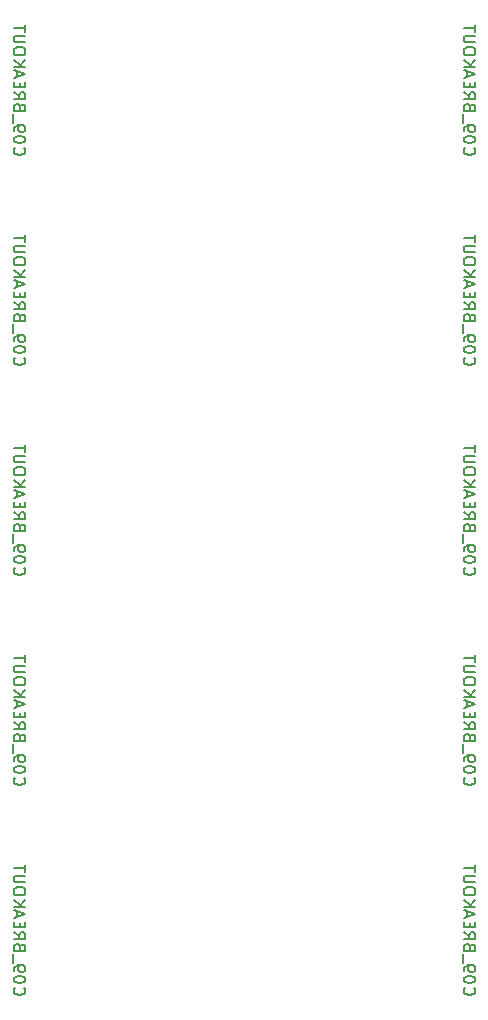
<source format=gbr>
G04 #@! TF.GenerationSoftware,KiCad,Pcbnew,5.1.5-52549c5~86~ubuntu18.04.1*
G04 #@! TF.CreationDate,2020-09-24T17:02:05-05:00*
G04 #@! TF.ProjectId,noname,6e6f6e61-6d65-42e6-9b69-6361645f7063,rev?*
G04 #@! TF.SameCoordinates,Original*
G04 #@! TF.FileFunction,Legend,Bot*
G04 #@! TF.FilePolarity,Positive*
%FSLAX46Y46*%
G04 Gerber Fmt 4.6, Leading zero omitted, Abs format (unit mm)*
G04 Created by KiCad (PCBNEW 5.1.5-52549c5~86~ubuntu18.04.1) date 2020-09-24 17:02:05*
%MOMM*%
%LPD*%
G04 APERTURE LIST*
%ADD10C,0.150000*%
G04 APERTURE END LIST*
D10*
X143076657Y-114942333D02*
X143029038Y-114989952D01*
X142981419Y-115132809D01*
X142981419Y-115228047D01*
X143029038Y-115370904D01*
X143124276Y-115466142D01*
X143219514Y-115513761D01*
X143409990Y-115561380D01*
X143552847Y-115561380D01*
X143743323Y-115513761D01*
X143838561Y-115466142D01*
X143933800Y-115370904D01*
X143981419Y-115228047D01*
X143981419Y-115132809D01*
X143933800Y-114989952D01*
X143886180Y-114942333D01*
X143981419Y-114323285D02*
X143981419Y-114228047D01*
X143933800Y-114132809D01*
X143886180Y-114085190D01*
X143790942Y-114037571D01*
X143600466Y-113989952D01*
X143362371Y-113989952D01*
X143171895Y-114037571D01*
X143076657Y-114085190D01*
X143029038Y-114132809D01*
X142981419Y-114228047D01*
X142981419Y-114323285D01*
X143029038Y-114418523D01*
X143076657Y-114466142D01*
X143171895Y-114513761D01*
X143362371Y-114561380D01*
X143600466Y-114561380D01*
X143790942Y-114513761D01*
X143886180Y-114466142D01*
X143933800Y-114418523D01*
X143981419Y-114323285D01*
X142981419Y-113513761D02*
X142981419Y-113323285D01*
X143029038Y-113228047D01*
X143076657Y-113180428D01*
X143219514Y-113085190D01*
X143409990Y-113037571D01*
X143790942Y-113037571D01*
X143886180Y-113085190D01*
X143933800Y-113132809D01*
X143981419Y-113228047D01*
X143981419Y-113418523D01*
X143933800Y-113513761D01*
X143886180Y-113561380D01*
X143790942Y-113609000D01*
X143552847Y-113609000D01*
X143457609Y-113561380D01*
X143409990Y-113513761D01*
X143362371Y-113418523D01*
X143362371Y-113228047D01*
X143409990Y-113132809D01*
X143457609Y-113085190D01*
X143552847Y-113037571D01*
X142886180Y-112847095D02*
X142886180Y-112085190D01*
X143505228Y-111513761D02*
X143457609Y-111370904D01*
X143409990Y-111323285D01*
X143314752Y-111275666D01*
X143171895Y-111275666D01*
X143076657Y-111323285D01*
X143029038Y-111370904D01*
X142981419Y-111466142D01*
X142981419Y-111847095D01*
X143981419Y-111847095D01*
X143981419Y-111513761D01*
X143933800Y-111418523D01*
X143886180Y-111370904D01*
X143790942Y-111323285D01*
X143695704Y-111323285D01*
X143600466Y-111370904D01*
X143552847Y-111418523D01*
X143505228Y-111513761D01*
X143505228Y-111847095D01*
X142981419Y-110275666D02*
X143457609Y-110609000D01*
X142981419Y-110847095D02*
X143981419Y-110847095D01*
X143981419Y-110466142D01*
X143933800Y-110370904D01*
X143886180Y-110323285D01*
X143790942Y-110275666D01*
X143648085Y-110275666D01*
X143552847Y-110323285D01*
X143505228Y-110370904D01*
X143457609Y-110466142D01*
X143457609Y-110847095D01*
X143505228Y-109847095D02*
X143505228Y-109513761D01*
X142981419Y-109370904D02*
X142981419Y-109847095D01*
X143981419Y-109847095D01*
X143981419Y-109370904D01*
X143267133Y-108989952D02*
X143267133Y-108513761D01*
X142981419Y-109085190D02*
X143981419Y-108751857D01*
X142981419Y-108418523D01*
X142981419Y-108085190D02*
X143981419Y-108085190D01*
X142981419Y-107513761D02*
X143552847Y-107942333D01*
X143981419Y-107513761D02*
X143409990Y-108085190D01*
X143981419Y-106894714D02*
X143981419Y-106704238D01*
X143933800Y-106609000D01*
X143838561Y-106513761D01*
X143648085Y-106466142D01*
X143314752Y-106466142D01*
X143124276Y-106513761D01*
X143029038Y-106609000D01*
X142981419Y-106704238D01*
X142981419Y-106894714D01*
X143029038Y-106989952D01*
X143124276Y-107085190D01*
X143314752Y-107132809D01*
X143648085Y-107132809D01*
X143838561Y-107085190D01*
X143933800Y-106989952D01*
X143981419Y-106894714D01*
X143981419Y-106037571D02*
X143171895Y-106037571D01*
X143076657Y-105989952D01*
X143029038Y-105942333D01*
X142981419Y-105847095D01*
X142981419Y-105656619D01*
X143029038Y-105561380D01*
X143076657Y-105513761D01*
X143171895Y-105466142D01*
X143981419Y-105466142D01*
X143981419Y-105132809D02*
X143981419Y-104561380D01*
X142981419Y-104847095D02*
X143981419Y-104847095D01*
X104976657Y-114942333D02*
X104929038Y-114989952D01*
X104881419Y-115132809D01*
X104881419Y-115228047D01*
X104929038Y-115370904D01*
X105024276Y-115466142D01*
X105119514Y-115513761D01*
X105309990Y-115561380D01*
X105452847Y-115561380D01*
X105643323Y-115513761D01*
X105738561Y-115466142D01*
X105833800Y-115370904D01*
X105881419Y-115228047D01*
X105881419Y-115132809D01*
X105833800Y-114989952D01*
X105786180Y-114942333D01*
X105881419Y-114323285D02*
X105881419Y-114228047D01*
X105833800Y-114132809D01*
X105786180Y-114085190D01*
X105690942Y-114037571D01*
X105500466Y-113989952D01*
X105262371Y-113989952D01*
X105071895Y-114037571D01*
X104976657Y-114085190D01*
X104929038Y-114132809D01*
X104881419Y-114228047D01*
X104881419Y-114323285D01*
X104929038Y-114418523D01*
X104976657Y-114466142D01*
X105071895Y-114513761D01*
X105262371Y-114561380D01*
X105500466Y-114561380D01*
X105690942Y-114513761D01*
X105786180Y-114466142D01*
X105833800Y-114418523D01*
X105881419Y-114323285D01*
X104881419Y-113513761D02*
X104881419Y-113323285D01*
X104929038Y-113228047D01*
X104976657Y-113180428D01*
X105119514Y-113085190D01*
X105309990Y-113037571D01*
X105690942Y-113037571D01*
X105786180Y-113085190D01*
X105833800Y-113132809D01*
X105881419Y-113228047D01*
X105881419Y-113418523D01*
X105833800Y-113513761D01*
X105786180Y-113561380D01*
X105690942Y-113609000D01*
X105452847Y-113609000D01*
X105357609Y-113561380D01*
X105309990Y-113513761D01*
X105262371Y-113418523D01*
X105262371Y-113228047D01*
X105309990Y-113132809D01*
X105357609Y-113085190D01*
X105452847Y-113037571D01*
X104786180Y-112847095D02*
X104786180Y-112085190D01*
X105405228Y-111513761D02*
X105357609Y-111370904D01*
X105309990Y-111323285D01*
X105214752Y-111275666D01*
X105071895Y-111275666D01*
X104976657Y-111323285D01*
X104929038Y-111370904D01*
X104881419Y-111466142D01*
X104881419Y-111847095D01*
X105881419Y-111847095D01*
X105881419Y-111513761D01*
X105833800Y-111418523D01*
X105786180Y-111370904D01*
X105690942Y-111323285D01*
X105595704Y-111323285D01*
X105500466Y-111370904D01*
X105452847Y-111418523D01*
X105405228Y-111513761D01*
X105405228Y-111847095D01*
X104881419Y-110275666D02*
X105357609Y-110609000D01*
X104881419Y-110847095D02*
X105881419Y-110847095D01*
X105881419Y-110466142D01*
X105833800Y-110370904D01*
X105786180Y-110323285D01*
X105690942Y-110275666D01*
X105548085Y-110275666D01*
X105452847Y-110323285D01*
X105405228Y-110370904D01*
X105357609Y-110466142D01*
X105357609Y-110847095D01*
X105405228Y-109847095D02*
X105405228Y-109513761D01*
X104881419Y-109370904D02*
X104881419Y-109847095D01*
X105881419Y-109847095D01*
X105881419Y-109370904D01*
X105167133Y-108989952D02*
X105167133Y-108513761D01*
X104881419Y-109085190D02*
X105881419Y-108751857D01*
X104881419Y-108418523D01*
X104881419Y-108085190D02*
X105881419Y-108085190D01*
X104881419Y-107513761D02*
X105452847Y-107942333D01*
X105881419Y-107513761D02*
X105309990Y-108085190D01*
X105881419Y-106894714D02*
X105881419Y-106704238D01*
X105833800Y-106609000D01*
X105738561Y-106513761D01*
X105548085Y-106466142D01*
X105214752Y-106466142D01*
X105024276Y-106513761D01*
X104929038Y-106609000D01*
X104881419Y-106704238D01*
X104881419Y-106894714D01*
X104929038Y-106989952D01*
X105024276Y-107085190D01*
X105214752Y-107132809D01*
X105548085Y-107132809D01*
X105738561Y-107085190D01*
X105833800Y-106989952D01*
X105881419Y-106894714D01*
X105881419Y-106037571D02*
X105071895Y-106037571D01*
X104976657Y-105989952D01*
X104929038Y-105942333D01*
X104881419Y-105847095D01*
X104881419Y-105656619D01*
X104929038Y-105561380D01*
X104976657Y-105513761D01*
X105071895Y-105466142D01*
X105881419Y-105466142D01*
X105881419Y-105132809D02*
X105881419Y-104561380D01*
X104881419Y-104847095D02*
X105881419Y-104847095D01*
X143076657Y-97162333D02*
X143029038Y-97209952D01*
X142981419Y-97352809D01*
X142981419Y-97448047D01*
X143029038Y-97590904D01*
X143124276Y-97686142D01*
X143219514Y-97733761D01*
X143409990Y-97781380D01*
X143552847Y-97781380D01*
X143743323Y-97733761D01*
X143838561Y-97686142D01*
X143933800Y-97590904D01*
X143981419Y-97448047D01*
X143981419Y-97352809D01*
X143933800Y-97209952D01*
X143886180Y-97162333D01*
X143981419Y-96543285D02*
X143981419Y-96448047D01*
X143933800Y-96352809D01*
X143886180Y-96305190D01*
X143790942Y-96257571D01*
X143600466Y-96209952D01*
X143362371Y-96209952D01*
X143171895Y-96257571D01*
X143076657Y-96305190D01*
X143029038Y-96352809D01*
X142981419Y-96448047D01*
X142981419Y-96543285D01*
X143029038Y-96638523D01*
X143076657Y-96686142D01*
X143171895Y-96733761D01*
X143362371Y-96781380D01*
X143600466Y-96781380D01*
X143790942Y-96733761D01*
X143886180Y-96686142D01*
X143933800Y-96638523D01*
X143981419Y-96543285D01*
X142981419Y-95733761D02*
X142981419Y-95543285D01*
X143029038Y-95448047D01*
X143076657Y-95400428D01*
X143219514Y-95305190D01*
X143409990Y-95257571D01*
X143790942Y-95257571D01*
X143886180Y-95305190D01*
X143933800Y-95352809D01*
X143981419Y-95448047D01*
X143981419Y-95638523D01*
X143933800Y-95733761D01*
X143886180Y-95781380D01*
X143790942Y-95829000D01*
X143552847Y-95829000D01*
X143457609Y-95781380D01*
X143409990Y-95733761D01*
X143362371Y-95638523D01*
X143362371Y-95448047D01*
X143409990Y-95352809D01*
X143457609Y-95305190D01*
X143552847Y-95257571D01*
X142886180Y-95067095D02*
X142886180Y-94305190D01*
X143505228Y-93733761D02*
X143457609Y-93590904D01*
X143409990Y-93543285D01*
X143314752Y-93495666D01*
X143171895Y-93495666D01*
X143076657Y-93543285D01*
X143029038Y-93590904D01*
X142981419Y-93686142D01*
X142981419Y-94067095D01*
X143981419Y-94067095D01*
X143981419Y-93733761D01*
X143933800Y-93638523D01*
X143886180Y-93590904D01*
X143790942Y-93543285D01*
X143695704Y-93543285D01*
X143600466Y-93590904D01*
X143552847Y-93638523D01*
X143505228Y-93733761D01*
X143505228Y-94067095D01*
X142981419Y-92495666D02*
X143457609Y-92829000D01*
X142981419Y-93067095D02*
X143981419Y-93067095D01*
X143981419Y-92686142D01*
X143933800Y-92590904D01*
X143886180Y-92543285D01*
X143790942Y-92495666D01*
X143648085Y-92495666D01*
X143552847Y-92543285D01*
X143505228Y-92590904D01*
X143457609Y-92686142D01*
X143457609Y-93067095D01*
X143505228Y-92067095D02*
X143505228Y-91733761D01*
X142981419Y-91590904D02*
X142981419Y-92067095D01*
X143981419Y-92067095D01*
X143981419Y-91590904D01*
X143267133Y-91209952D02*
X143267133Y-90733761D01*
X142981419Y-91305190D02*
X143981419Y-90971857D01*
X142981419Y-90638523D01*
X142981419Y-90305190D02*
X143981419Y-90305190D01*
X142981419Y-89733761D02*
X143552847Y-90162333D01*
X143981419Y-89733761D02*
X143409990Y-90305190D01*
X143981419Y-89114714D02*
X143981419Y-88924238D01*
X143933800Y-88829000D01*
X143838561Y-88733761D01*
X143648085Y-88686142D01*
X143314752Y-88686142D01*
X143124276Y-88733761D01*
X143029038Y-88829000D01*
X142981419Y-88924238D01*
X142981419Y-89114714D01*
X143029038Y-89209952D01*
X143124276Y-89305190D01*
X143314752Y-89352809D01*
X143648085Y-89352809D01*
X143838561Y-89305190D01*
X143933800Y-89209952D01*
X143981419Y-89114714D01*
X143981419Y-88257571D02*
X143171895Y-88257571D01*
X143076657Y-88209952D01*
X143029038Y-88162333D01*
X142981419Y-88067095D01*
X142981419Y-87876619D01*
X143029038Y-87781380D01*
X143076657Y-87733761D01*
X143171895Y-87686142D01*
X143981419Y-87686142D01*
X143981419Y-87352809D02*
X143981419Y-86781380D01*
X142981419Y-87067095D02*
X143981419Y-87067095D01*
X104976657Y-97162333D02*
X104929038Y-97209952D01*
X104881419Y-97352809D01*
X104881419Y-97448047D01*
X104929038Y-97590904D01*
X105024276Y-97686142D01*
X105119514Y-97733761D01*
X105309990Y-97781380D01*
X105452847Y-97781380D01*
X105643323Y-97733761D01*
X105738561Y-97686142D01*
X105833800Y-97590904D01*
X105881419Y-97448047D01*
X105881419Y-97352809D01*
X105833800Y-97209952D01*
X105786180Y-97162333D01*
X105881419Y-96543285D02*
X105881419Y-96448047D01*
X105833800Y-96352809D01*
X105786180Y-96305190D01*
X105690942Y-96257571D01*
X105500466Y-96209952D01*
X105262371Y-96209952D01*
X105071895Y-96257571D01*
X104976657Y-96305190D01*
X104929038Y-96352809D01*
X104881419Y-96448047D01*
X104881419Y-96543285D01*
X104929038Y-96638523D01*
X104976657Y-96686142D01*
X105071895Y-96733761D01*
X105262371Y-96781380D01*
X105500466Y-96781380D01*
X105690942Y-96733761D01*
X105786180Y-96686142D01*
X105833800Y-96638523D01*
X105881419Y-96543285D01*
X104881419Y-95733761D02*
X104881419Y-95543285D01*
X104929038Y-95448047D01*
X104976657Y-95400428D01*
X105119514Y-95305190D01*
X105309990Y-95257571D01*
X105690942Y-95257571D01*
X105786180Y-95305190D01*
X105833800Y-95352809D01*
X105881419Y-95448047D01*
X105881419Y-95638523D01*
X105833800Y-95733761D01*
X105786180Y-95781380D01*
X105690942Y-95829000D01*
X105452847Y-95829000D01*
X105357609Y-95781380D01*
X105309990Y-95733761D01*
X105262371Y-95638523D01*
X105262371Y-95448047D01*
X105309990Y-95352809D01*
X105357609Y-95305190D01*
X105452847Y-95257571D01*
X104786180Y-95067095D02*
X104786180Y-94305190D01*
X105405228Y-93733761D02*
X105357609Y-93590904D01*
X105309990Y-93543285D01*
X105214752Y-93495666D01*
X105071895Y-93495666D01*
X104976657Y-93543285D01*
X104929038Y-93590904D01*
X104881419Y-93686142D01*
X104881419Y-94067095D01*
X105881419Y-94067095D01*
X105881419Y-93733761D01*
X105833800Y-93638523D01*
X105786180Y-93590904D01*
X105690942Y-93543285D01*
X105595704Y-93543285D01*
X105500466Y-93590904D01*
X105452847Y-93638523D01*
X105405228Y-93733761D01*
X105405228Y-94067095D01*
X104881419Y-92495666D02*
X105357609Y-92829000D01*
X104881419Y-93067095D02*
X105881419Y-93067095D01*
X105881419Y-92686142D01*
X105833800Y-92590904D01*
X105786180Y-92543285D01*
X105690942Y-92495666D01*
X105548085Y-92495666D01*
X105452847Y-92543285D01*
X105405228Y-92590904D01*
X105357609Y-92686142D01*
X105357609Y-93067095D01*
X105405228Y-92067095D02*
X105405228Y-91733761D01*
X104881419Y-91590904D02*
X104881419Y-92067095D01*
X105881419Y-92067095D01*
X105881419Y-91590904D01*
X105167133Y-91209952D02*
X105167133Y-90733761D01*
X104881419Y-91305190D02*
X105881419Y-90971857D01*
X104881419Y-90638523D01*
X104881419Y-90305190D02*
X105881419Y-90305190D01*
X104881419Y-89733761D02*
X105452847Y-90162333D01*
X105881419Y-89733761D02*
X105309990Y-90305190D01*
X105881419Y-89114714D02*
X105881419Y-88924238D01*
X105833800Y-88829000D01*
X105738561Y-88733761D01*
X105548085Y-88686142D01*
X105214752Y-88686142D01*
X105024276Y-88733761D01*
X104929038Y-88829000D01*
X104881419Y-88924238D01*
X104881419Y-89114714D01*
X104929038Y-89209952D01*
X105024276Y-89305190D01*
X105214752Y-89352809D01*
X105548085Y-89352809D01*
X105738561Y-89305190D01*
X105833800Y-89209952D01*
X105881419Y-89114714D01*
X105881419Y-88257571D02*
X105071895Y-88257571D01*
X104976657Y-88209952D01*
X104929038Y-88162333D01*
X104881419Y-88067095D01*
X104881419Y-87876619D01*
X104929038Y-87781380D01*
X104976657Y-87733761D01*
X105071895Y-87686142D01*
X105881419Y-87686142D01*
X105881419Y-87352809D02*
X105881419Y-86781380D01*
X104881419Y-87067095D02*
X105881419Y-87067095D01*
X143076657Y-79382333D02*
X143029038Y-79429952D01*
X142981419Y-79572809D01*
X142981419Y-79668047D01*
X143029038Y-79810904D01*
X143124276Y-79906142D01*
X143219514Y-79953761D01*
X143409990Y-80001380D01*
X143552847Y-80001380D01*
X143743323Y-79953761D01*
X143838561Y-79906142D01*
X143933800Y-79810904D01*
X143981419Y-79668047D01*
X143981419Y-79572809D01*
X143933800Y-79429952D01*
X143886180Y-79382333D01*
X143981419Y-78763285D02*
X143981419Y-78668047D01*
X143933800Y-78572809D01*
X143886180Y-78525190D01*
X143790942Y-78477571D01*
X143600466Y-78429952D01*
X143362371Y-78429952D01*
X143171895Y-78477571D01*
X143076657Y-78525190D01*
X143029038Y-78572809D01*
X142981419Y-78668047D01*
X142981419Y-78763285D01*
X143029038Y-78858523D01*
X143076657Y-78906142D01*
X143171895Y-78953761D01*
X143362371Y-79001380D01*
X143600466Y-79001380D01*
X143790942Y-78953761D01*
X143886180Y-78906142D01*
X143933800Y-78858523D01*
X143981419Y-78763285D01*
X142981419Y-77953761D02*
X142981419Y-77763285D01*
X143029038Y-77668047D01*
X143076657Y-77620428D01*
X143219514Y-77525190D01*
X143409990Y-77477571D01*
X143790942Y-77477571D01*
X143886180Y-77525190D01*
X143933800Y-77572809D01*
X143981419Y-77668047D01*
X143981419Y-77858523D01*
X143933800Y-77953761D01*
X143886180Y-78001380D01*
X143790942Y-78049000D01*
X143552847Y-78049000D01*
X143457609Y-78001380D01*
X143409990Y-77953761D01*
X143362371Y-77858523D01*
X143362371Y-77668047D01*
X143409990Y-77572809D01*
X143457609Y-77525190D01*
X143552847Y-77477571D01*
X142886180Y-77287095D02*
X142886180Y-76525190D01*
X143505228Y-75953761D02*
X143457609Y-75810904D01*
X143409990Y-75763285D01*
X143314752Y-75715666D01*
X143171895Y-75715666D01*
X143076657Y-75763285D01*
X143029038Y-75810904D01*
X142981419Y-75906142D01*
X142981419Y-76287095D01*
X143981419Y-76287095D01*
X143981419Y-75953761D01*
X143933800Y-75858523D01*
X143886180Y-75810904D01*
X143790942Y-75763285D01*
X143695704Y-75763285D01*
X143600466Y-75810904D01*
X143552847Y-75858523D01*
X143505228Y-75953761D01*
X143505228Y-76287095D01*
X142981419Y-74715666D02*
X143457609Y-75049000D01*
X142981419Y-75287095D02*
X143981419Y-75287095D01*
X143981419Y-74906142D01*
X143933800Y-74810904D01*
X143886180Y-74763285D01*
X143790942Y-74715666D01*
X143648085Y-74715666D01*
X143552847Y-74763285D01*
X143505228Y-74810904D01*
X143457609Y-74906142D01*
X143457609Y-75287095D01*
X143505228Y-74287095D02*
X143505228Y-73953761D01*
X142981419Y-73810904D02*
X142981419Y-74287095D01*
X143981419Y-74287095D01*
X143981419Y-73810904D01*
X143267133Y-73429952D02*
X143267133Y-72953761D01*
X142981419Y-73525190D02*
X143981419Y-73191857D01*
X142981419Y-72858523D01*
X142981419Y-72525190D02*
X143981419Y-72525190D01*
X142981419Y-71953761D02*
X143552847Y-72382333D01*
X143981419Y-71953761D02*
X143409990Y-72525190D01*
X143981419Y-71334714D02*
X143981419Y-71144238D01*
X143933800Y-71049000D01*
X143838561Y-70953761D01*
X143648085Y-70906142D01*
X143314752Y-70906142D01*
X143124276Y-70953761D01*
X143029038Y-71049000D01*
X142981419Y-71144238D01*
X142981419Y-71334714D01*
X143029038Y-71429952D01*
X143124276Y-71525190D01*
X143314752Y-71572809D01*
X143648085Y-71572809D01*
X143838561Y-71525190D01*
X143933800Y-71429952D01*
X143981419Y-71334714D01*
X143981419Y-70477571D02*
X143171895Y-70477571D01*
X143076657Y-70429952D01*
X143029038Y-70382333D01*
X142981419Y-70287095D01*
X142981419Y-70096619D01*
X143029038Y-70001380D01*
X143076657Y-69953761D01*
X143171895Y-69906142D01*
X143981419Y-69906142D01*
X143981419Y-69572809D02*
X143981419Y-69001380D01*
X142981419Y-69287095D02*
X143981419Y-69287095D01*
X104976657Y-79382333D02*
X104929038Y-79429952D01*
X104881419Y-79572809D01*
X104881419Y-79668047D01*
X104929038Y-79810904D01*
X105024276Y-79906142D01*
X105119514Y-79953761D01*
X105309990Y-80001380D01*
X105452847Y-80001380D01*
X105643323Y-79953761D01*
X105738561Y-79906142D01*
X105833800Y-79810904D01*
X105881419Y-79668047D01*
X105881419Y-79572809D01*
X105833800Y-79429952D01*
X105786180Y-79382333D01*
X105881419Y-78763285D02*
X105881419Y-78668047D01*
X105833800Y-78572809D01*
X105786180Y-78525190D01*
X105690942Y-78477571D01*
X105500466Y-78429952D01*
X105262371Y-78429952D01*
X105071895Y-78477571D01*
X104976657Y-78525190D01*
X104929038Y-78572809D01*
X104881419Y-78668047D01*
X104881419Y-78763285D01*
X104929038Y-78858523D01*
X104976657Y-78906142D01*
X105071895Y-78953761D01*
X105262371Y-79001380D01*
X105500466Y-79001380D01*
X105690942Y-78953761D01*
X105786180Y-78906142D01*
X105833800Y-78858523D01*
X105881419Y-78763285D01*
X104881419Y-77953761D02*
X104881419Y-77763285D01*
X104929038Y-77668047D01*
X104976657Y-77620428D01*
X105119514Y-77525190D01*
X105309990Y-77477571D01*
X105690942Y-77477571D01*
X105786180Y-77525190D01*
X105833800Y-77572809D01*
X105881419Y-77668047D01*
X105881419Y-77858523D01*
X105833800Y-77953761D01*
X105786180Y-78001380D01*
X105690942Y-78049000D01*
X105452847Y-78049000D01*
X105357609Y-78001380D01*
X105309990Y-77953761D01*
X105262371Y-77858523D01*
X105262371Y-77668047D01*
X105309990Y-77572809D01*
X105357609Y-77525190D01*
X105452847Y-77477571D01*
X104786180Y-77287095D02*
X104786180Y-76525190D01*
X105405228Y-75953761D02*
X105357609Y-75810904D01*
X105309990Y-75763285D01*
X105214752Y-75715666D01*
X105071895Y-75715666D01*
X104976657Y-75763285D01*
X104929038Y-75810904D01*
X104881419Y-75906142D01*
X104881419Y-76287095D01*
X105881419Y-76287095D01*
X105881419Y-75953761D01*
X105833800Y-75858523D01*
X105786180Y-75810904D01*
X105690942Y-75763285D01*
X105595704Y-75763285D01*
X105500466Y-75810904D01*
X105452847Y-75858523D01*
X105405228Y-75953761D01*
X105405228Y-76287095D01*
X104881419Y-74715666D02*
X105357609Y-75049000D01*
X104881419Y-75287095D02*
X105881419Y-75287095D01*
X105881419Y-74906142D01*
X105833800Y-74810904D01*
X105786180Y-74763285D01*
X105690942Y-74715666D01*
X105548085Y-74715666D01*
X105452847Y-74763285D01*
X105405228Y-74810904D01*
X105357609Y-74906142D01*
X105357609Y-75287095D01*
X105405228Y-74287095D02*
X105405228Y-73953761D01*
X104881419Y-73810904D02*
X104881419Y-74287095D01*
X105881419Y-74287095D01*
X105881419Y-73810904D01*
X105167133Y-73429952D02*
X105167133Y-72953761D01*
X104881419Y-73525190D02*
X105881419Y-73191857D01*
X104881419Y-72858523D01*
X104881419Y-72525190D02*
X105881419Y-72525190D01*
X104881419Y-71953761D02*
X105452847Y-72382333D01*
X105881419Y-71953761D02*
X105309990Y-72525190D01*
X105881419Y-71334714D02*
X105881419Y-71144238D01*
X105833800Y-71049000D01*
X105738561Y-70953761D01*
X105548085Y-70906142D01*
X105214752Y-70906142D01*
X105024276Y-70953761D01*
X104929038Y-71049000D01*
X104881419Y-71144238D01*
X104881419Y-71334714D01*
X104929038Y-71429952D01*
X105024276Y-71525190D01*
X105214752Y-71572809D01*
X105548085Y-71572809D01*
X105738561Y-71525190D01*
X105833800Y-71429952D01*
X105881419Y-71334714D01*
X105881419Y-70477571D02*
X105071895Y-70477571D01*
X104976657Y-70429952D01*
X104929038Y-70382333D01*
X104881419Y-70287095D01*
X104881419Y-70096619D01*
X104929038Y-70001380D01*
X104976657Y-69953761D01*
X105071895Y-69906142D01*
X105881419Y-69906142D01*
X105881419Y-69572809D02*
X105881419Y-69001380D01*
X104881419Y-69287095D02*
X105881419Y-69287095D01*
X143076657Y-61602333D02*
X143029038Y-61649952D01*
X142981419Y-61792809D01*
X142981419Y-61888047D01*
X143029038Y-62030904D01*
X143124276Y-62126142D01*
X143219514Y-62173761D01*
X143409990Y-62221380D01*
X143552847Y-62221380D01*
X143743323Y-62173761D01*
X143838561Y-62126142D01*
X143933800Y-62030904D01*
X143981419Y-61888047D01*
X143981419Y-61792809D01*
X143933800Y-61649952D01*
X143886180Y-61602333D01*
X143981419Y-60983285D02*
X143981419Y-60888047D01*
X143933800Y-60792809D01*
X143886180Y-60745190D01*
X143790942Y-60697571D01*
X143600466Y-60649952D01*
X143362371Y-60649952D01*
X143171895Y-60697571D01*
X143076657Y-60745190D01*
X143029038Y-60792809D01*
X142981419Y-60888047D01*
X142981419Y-60983285D01*
X143029038Y-61078523D01*
X143076657Y-61126142D01*
X143171895Y-61173761D01*
X143362371Y-61221380D01*
X143600466Y-61221380D01*
X143790942Y-61173761D01*
X143886180Y-61126142D01*
X143933800Y-61078523D01*
X143981419Y-60983285D01*
X142981419Y-60173761D02*
X142981419Y-59983285D01*
X143029038Y-59888047D01*
X143076657Y-59840428D01*
X143219514Y-59745190D01*
X143409990Y-59697571D01*
X143790942Y-59697571D01*
X143886180Y-59745190D01*
X143933800Y-59792809D01*
X143981419Y-59888047D01*
X143981419Y-60078523D01*
X143933800Y-60173761D01*
X143886180Y-60221380D01*
X143790942Y-60269000D01*
X143552847Y-60269000D01*
X143457609Y-60221380D01*
X143409990Y-60173761D01*
X143362371Y-60078523D01*
X143362371Y-59888047D01*
X143409990Y-59792809D01*
X143457609Y-59745190D01*
X143552847Y-59697571D01*
X142886180Y-59507095D02*
X142886180Y-58745190D01*
X143505228Y-58173761D02*
X143457609Y-58030904D01*
X143409990Y-57983285D01*
X143314752Y-57935666D01*
X143171895Y-57935666D01*
X143076657Y-57983285D01*
X143029038Y-58030904D01*
X142981419Y-58126142D01*
X142981419Y-58507095D01*
X143981419Y-58507095D01*
X143981419Y-58173761D01*
X143933800Y-58078523D01*
X143886180Y-58030904D01*
X143790942Y-57983285D01*
X143695704Y-57983285D01*
X143600466Y-58030904D01*
X143552847Y-58078523D01*
X143505228Y-58173761D01*
X143505228Y-58507095D01*
X142981419Y-56935666D02*
X143457609Y-57269000D01*
X142981419Y-57507095D02*
X143981419Y-57507095D01*
X143981419Y-57126142D01*
X143933800Y-57030904D01*
X143886180Y-56983285D01*
X143790942Y-56935666D01*
X143648085Y-56935666D01*
X143552847Y-56983285D01*
X143505228Y-57030904D01*
X143457609Y-57126142D01*
X143457609Y-57507095D01*
X143505228Y-56507095D02*
X143505228Y-56173761D01*
X142981419Y-56030904D02*
X142981419Y-56507095D01*
X143981419Y-56507095D01*
X143981419Y-56030904D01*
X143267133Y-55649952D02*
X143267133Y-55173761D01*
X142981419Y-55745190D02*
X143981419Y-55411857D01*
X142981419Y-55078523D01*
X142981419Y-54745190D02*
X143981419Y-54745190D01*
X142981419Y-54173761D02*
X143552847Y-54602333D01*
X143981419Y-54173761D02*
X143409990Y-54745190D01*
X143981419Y-53554714D02*
X143981419Y-53364238D01*
X143933800Y-53269000D01*
X143838561Y-53173761D01*
X143648085Y-53126142D01*
X143314752Y-53126142D01*
X143124276Y-53173761D01*
X143029038Y-53269000D01*
X142981419Y-53364238D01*
X142981419Y-53554714D01*
X143029038Y-53649952D01*
X143124276Y-53745190D01*
X143314752Y-53792809D01*
X143648085Y-53792809D01*
X143838561Y-53745190D01*
X143933800Y-53649952D01*
X143981419Y-53554714D01*
X143981419Y-52697571D02*
X143171895Y-52697571D01*
X143076657Y-52649952D01*
X143029038Y-52602333D01*
X142981419Y-52507095D01*
X142981419Y-52316619D01*
X143029038Y-52221380D01*
X143076657Y-52173761D01*
X143171895Y-52126142D01*
X143981419Y-52126142D01*
X143981419Y-51792809D02*
X143981419Y-51221380D01*
X142981419Y-51507095D02*
X143981419Y-51507095D01*
X104976657Y-61602333D02*
X104929038Y-61649952D01*
X104881419Y-61792809D01*
X104881419Y-61888047D01*
X104929038Y-62030904D01*
X105024276Y-62126142D01*
X105119514Y-62173761D01*
X105309990Y-62221380D01*
X105452847Y-62221380D01*
X105643323Y-62173761D01*
X105738561Y-62126142D01*
X105833800Y-62030904D01*
X105881419Y-61888047D01*
X105881419Y-61792809D01*
X105833800Y-61649952D01*
X105786180Y-61602333D01*
X105881419Y-60983285D02*
X105881419Y-60888047D01*
X105833800Y-60792809D01*
X105786180Y-60745190D01*
X105690942Y-60697571D01*
X105500466Y-60649952D01*
X105262371Y-60649952D01*
X105071895Y-60697571D01*
X104976657Y-60745190D01*
X104929038Y-60792809D01*
X104881419Y-60888047D01*
X104881419Y-60983285D01*
X104929038Y-61078523D01*
X104976657Y-61126142D01*
X105071895Y-61173761D01*
X105262371Y-61221380D01*
X105500466Y-61221380D01*
X105690942Y-61173761D01*
X105786180Y-61126142D01*
X105833800Y-61078523D01*
X105881419Y-60983285D01*
X104881419Y-60173761D02*
X104881419Y-59983285D01*
X104929038Y-59888047D01*
X104976657Y-59840428D01*
X105119514Y-59745190D01*
X105309990Y-59697571D01*
X105690942Y-59697571D01*
X105786180Y-59745190D01*
X105833800Y-59792809D01*
X105881419Y-59888047D01*
X105881419Y-60078523D01*
X105833800Y-60173761D01*
X105786180Y-60221380D01*
X105690942Y-60269000D01*
X105452847Y-60269000D01*
X105357609Y-60221380D01*
X105309990Y-60173761D01*
X105262371Y-60078523D01*
X105262371Y-59888047D01*
X105309990Y-59792809D01*
X105357609Y-59745190D01*
X105452847Y-59697571D01*
X104786180Y-59507095D02*
X104786180Y-58745190D01*
X105405228Y-58173761D02*
X105357609Y-58030904D01*
X105309990Y-57983285D01*
X105214752Y-57935666D01*
X105071895Y-57935666D01*
X104976657Y-57983285D01*
X104929038Y-58030904D01*
X104881419Y-58126142D01*
X104881419Y-58507095D01*
X105881419Y-58507095D01*
X105881419Y-58173761D01*
X105833800Y-58078523D01*
X105786180Y-58030904D01*
X105690942Y-57983285D01*
X105595704Y-57983285D01*
X105500466Y-58030904D01*
X105452847Y-58078523D01*
X105405228Y-58173761D01*
X105405228Y-58507095D01*
X104881419Y-56935666D02*
X105357609Y-57269000D01*
X104881419Y-57507095D02*
X105881419Y-57507095D01*
X105881419Y-57126142D01*
X105833800Y-57030904D01*
X105786180Y-56983285D01*
X105690942Y-56935666D01*
X105548085Y-56935666D01*
X105452847Y-56983285D01*
X105405228Y-57030904D01*
X105357609Y-57126142D01*
X105357609Y-57507095D01*
X105405228Y-56507095D02*
X105405228Y-56173761D01*
X104881419Y-56030904D02*
X104881419Y-56507095D01*
X105881419Y-56507095D01*
X105881419Y-56030904D01*
X105167133Y-55649952D02*
X105167133Y-55173761D01*
X104881419Y-55745190D02*
X105881419Y-55411857D01*
X104881419Y-55078523D01*
X104881419Y-54745190D02*
X105881419Y-54745190D01*
X104881419Y-54173761D02*
X105452847Y-54602333D01*
X105881419Y-54173761D02*
X105309990Y-54745190D01*
X105881419Y-53554714D02*
X105881419Y-53364238D01*
X105833800Y-53269000D01*
X105738561Y-53173761D01*
X105548085Y-53126142D01*
X105214752Y-53126142D01*
X105024276Y-53173761D01*
X104929038Y-53269000D01*
X104881419Y-53364238D01*
X104881419Y-53554714D01*
X104929038Y-53649952D01*
X105024276Y-53745190D01*
X105214752Y-53792809D01*
X105548085Y-53792809D01*
X105738561Y-53745190D01*
X105833800Y-53649952D01*
X105881419Y-53554714D01*
X105881419Y-52697571D02*
X105071895Y-52697571D01*
X104976657Y-52649952D01*
X104929038Y-52602333D01*
X104881419Y-52507095D01*
X104881419Y-52316619D01*
X104929038Y-52221380D01*
X104976657Y-52173761D01*
X105071895Y-52126142D01*
X105881419Y-52126142D01*
X105881419Y-51792809D02*
X105881419Y-51221380D01*
X104881419Y-51507095D02*
X105881419Y-51507095D01*
X143076657Y-43822333D02*
X143029038Y-43869952D01*
X142981419Y-44012809D01*
X142981419Y-44108047D01*
X143029038Y-44250904D01*
X143124276Y-44346142D01*
X143219514Y-44393761D01*
X143409990Y-44441380D01*
X143552847Y-44441380D01*
X143743323Y-44393761D01*
X143838561Y-44346142D01*
X143933800Y-44250904D01*
X143981419Y-44108047D01*
X143981419Y-44012809D01*
X143933800Y-43869952D01*
X143886180Y-43822333D01*
X143981419Y-43203285D02*
X143981419Y-43108047D01*
X143933800Y-43012809D01*
X143886180Y-42965190D01*
X143790942Y-42917571D01*
X143600466Y-42869952D01*
X143362371Y-42869952D01*
X143171895Y-42917571D01*
X143076657Y-42965190D01*
X143029038Y-43012809D01*
X142981419Y-43108047D01*
X142981419Y-43203285D01*
X143029038Y-43298523D01*
X143076657Y-43346142D01*
X143171895Y-43393761D01*
X143362371Y-43441380D01*
X143600466Y-43441380D01*
X143790942Y-43393761D01*
X143886180Y-43346142D01*
X143933800Y-43298523D01*
X143981419Y-43203285D01*
X142981419Y-42393761D02*
X142981419Y-42203285D01*
X143029038Y-42108047D01*
X143076657Y-42060428D01*
X143219514Y-41965190D01*
X143409990Y-41917571D01*
X143790942Y-41917571D01*
X143886180Y-41965190D01*
X143933800Y-42012809D01*
X143981419Y-42108047D01*
X143981419Y-42298523D01*
X143933800Y-42393761D01*
X143886180Y-42441380D01*
X143790942Y-42489000D01*
X143552847Y-42489000D01*
X143457609Y-42441380D01*
X143409990Y-42393761D01*
X143362371Y-42298523D01*
X143362371Y-42108047D01*
X143409990Y-42012809D01*
X143457609Y-41965190D01*
X143552847Y-41917571D01*
X142886180Y-41727095D02*
X142886180Y-40965190D01*
X143505228Y-40393761D02*
X143457609Y-40250904D01*
X143409990Y-40203285D01*
X143314752Y-40155666D01*
X143171895Y-40155666D01*
X143076657Y-40203285D01*
X143029038Y-40250904D01*
X142981419Y-40346142D01*
X142981419Y-40727095D01*
X143981419Y-40727095D01*
X143981419Y-40393761D01*
X143933800Y-40298523D01*
X143886180Y-40250904D01*
X143790942Y-40203285D01*
X143695704Y-40203285D01*
X143600466Y-40250904D01*
X143552847Y-40298523D01*
X143505228Y-40393761D01*
X143505228Y-40727095D01*
X142981419Y-39155666D02*
X143457609Y-39489000D01*
X142981419Y-39727095D02*
X143981419Y-39727095D01*
X143981419Y-39346142D01*
X143933800Y-39250904D01*
X143886180Y-39203285D01*
X143790942Y-39155666D01*
X143648085Y-39155666D01*
X143552847Y-39203285D01*
X143505228Y-39250904D01*
X143457609Y-39346142D01*
X143457609Y-39727095D01*
X143505228Y-38727095D02*
X143505228Y-38393761D01*
X142981419Y-38250904D02*
X142981419Y-38727095D01*
X143981419Y-38727095D01*
X143981419Y-38250904D01*
X143267133Y-37869952D02*
X143267133Y-37393761D01*
X142981419Y-37965190D02*
X143981419Y-37631857D01*
X142981419Y-37298523D01*
X142981419Y-36965190D02*
X143981419Y-36965190D01*
X142981419Y-36393761D02*
X143552847Y-36822333D01*
X143981419Y-36393761D02*
X143409990Y-36965190D01*
X143981419Y-35774714D02*
X143981419Y-35584238D01*
X143933800Y-35489000D01*
X143838561Y-35393761D01*
X143648085Y-35346142D01*
X143314752Y-35346142D01*
X143124276Y-35393761D01*
X143029038Y-35489000D01*
X142981419Y-35584238D01*
X142981419Y-35774714D01*
X143029038Y-35869952D01*
X143124276Y-35965190D01*
X143314752Y-36012809D01*
X143648085Y-36012809D01*
X143838561Y-35965190D01*
X143933800Y-35869952D01*
X143981419Y-35774714D01*
X143981419Y-34917571D02*
X143171895Y-34917571D01*
X143076657Y-34869952D01*
X143029038Y-34822333D01*
X142981419Y-34727095D01*
X142981419Y-34536619D01*
X143029038Y-34441380D01*
X143076657Y-34393761D01*
X143171895Y-34346142D01*
X143981419Y-34346142D01*
X143981419Y-34012809D02*
X143981419Y-33441380D01*
X142981419Y-33727095D02*
X143981419Y-33727095D01*
X104976657Y-43822333D02*
X104929038Y-43869952D01*
X104881419Y-44012809D01*
X104881419Y-44108047D01*
X104929038Y-44250904D01*
X105024276Y-44346142D01*
X105119514Y-44393761D01*
X105309990Y-44441380D01*
X105452847Y-44441380D01*
X105643323Y-44393761D01*
X105738561Y-44346142D01*
X105833800Y-44250904D01*
X105881419Y-44108047D01*
X105881419Y-44012809D01*
X105833800Y-43869952D01*
X105786180Y-43822333D01*
X105881419Y-43203285D02*
X105881419Y-43108047D01*
X105833800Y-43012809D01*
X105786180Y-42965190D01*
X105690942Y-42917571D01*
X105500466Y-42869952D01*
X105262371Y-42869952D01*
X105071895Y-42917571D01*
X104976657Y-42965190D01*
X104929038Y-43012809D01*
X104881419Y-43108047D01*
X104881419Y-43203285D01*
X104929038Y-43298523D01*
X104976657Y-43346142D01*
X105071895Y-43393761D01*
X105262371Y-43441380D01*
X105500466Y-43441380D01*
X105690942Y-43393761D01*
X105786180Y-43346142D01*
X105833800Y-43298523D01*
X105881419Y-43203285D01*
X104881419Y-42393761D02*
X104881419Y-42203285D01*
X104929038Y-42108047D01*
X104976657Y-42060428D01*
X105119514Y-41965190D01*
X105309990Y-41917571D01*
X105690942Y-41917571D01*
X105786180Y-41965190D01*
X105833800Y-42012809D01*
X105881419Y-42108047D01*
X105881419Y-42298523D01*
X105833800Y-42393761D01*
X105786180Y-42441380D01*
X105690942Y-42489000D01*
X105452847Y-42489000D01*
X105357609Y-42441380D01*
X105309990Y-42393761D01*
X105262371Y-42298523D01*
X105262371Y-42108047D01*
X105309990Y-42012809D01*
X105357609Y-41965190D01*
X105452847Y-41917571D01*
X104786180Y-41727095D02*
X104786180Y-40965190D01*
X105405228Y-40393761D02*
X105357609Y-40250904D01*
X105309990Y-40203285D01*
X105214752Y-40155666D01*
X105071895Y-40155666D01*
X104976657Y-40203285D01*
X104929038Y-40250904D01*
X104881419Y-40346142D01*
X104881419Y-40727095D01*
X105881419Y-40727095D01*
X105881419Y-40393761D01*
X105833800Y-40298523D01*
X105786180Y-40250904D01*
X105690942Y-40203285D01*
X105595704Y-40203285D01*
X105500466Y-40250904D01*
X105452847Y-40298523D01*
X105405228Y-40393761D01*
X105405228Y-40727095D01*
X104881419Y-39155666D02*
X105357609Y-39489000D01*
X104881419Y-39727095D02*
X105881419Y-39727095D01*
X105881419Y-39346142D01*
X105833800Y-39250904D01*
X105786180Y-39203285D01*
X105690942Y-39155666D01*
X105548085Y-39155666D01*
X105452847Y-39203285D01*
X105405228Y-39250904D01*
X105357609Y-39346142D01*
X105357609Y-39727095D01*
X105405228Y-38727095D02*
X105405228Y-38393761D01*
X104881419Y-38250904D02*
X104881419Y-38727095D01*
X105881419Y-38727095D01*
X105881419Y-38250904D01*
X105167133Y-37869952D02*
X105167133Y-37393761D01*
X104881419Y-37965190D02*
X105881419Y-37631857D01*
X104881419Y-37298523D01*
X104881419Y-36965190D02*
X105881419Y-36965190D01*
X104881419Y-36393761D02*
X105452847Y-36822333D01*
X105881419Y-36393761D02*
X105309990Y-36965190D01*
X105881419Y-35774714D02*
X105881419Y-35584238D01*
X105833800Y-35489000D01*
X105738561Y-35393761D01*
X105548085Y-35346142D01*
X105214752Y-35346142D01*
X105024276Y-35393761D01*
X104929038Y-35489000D01*
X104881419Y-35584238D01*
X104881419Y-35774714D01*
X104929038Y-35869952D01*
X105024276Y-35965190D01*
X105214752Y-36012809D01*
X105548085Y-36012809D01*
X105738561Y-35965190D01*
X105833800Y-35869952D01*
X105881419Y-35774714D01*
X105881419Y-34917571D02*
X105071895Y-34917571D01*
X104976657Y-34869952D01*
X104929038Y-34822333D01*
X104881419Y-34727095D01*
X104881419Y-34536619D01*
X104929038Y-34441380D01*
X104976657Y-34393761D01*
X105071895Y-34346142D01*
X105881419Y-34346142D01*
X105881419Y-34012809D02*
X105881419Y-33441380D01*
X104881419Y-33727095D02*
X105881419Y-33727095D01*
M02*

</source>
